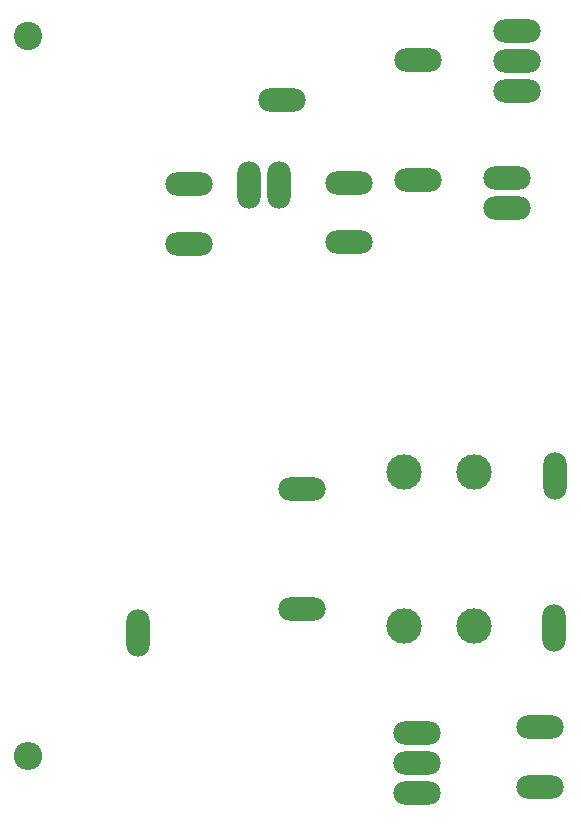
<source format=gbr>
%TF.GenerationSoftware,KiCad,Pcbnew,(6.0.7)*%
%TF.CreationDate,2023-01-18T16:47:16-05:00*%
%TF.ProjectId,Inductor Saturation Test,496e6475-6374-46f7-9220-536174757261,rev?*%
%TF.SameCoordinates,Original*%
%TF.FileFunction,Soldermask,Bot*%
%TF.FilePolarity,Negative*%
%FSLAX46Y46*%
G04 Gerber Fmt 4.6, Leading zero omitted, Abs format (unit mm)*
G04 Created by KiCad (PCBNEW (6.0.7)) date 2023-01-18 16:47:16*
%MOMM*%
%LPD*%
G01*
G04 APERTURE LIST*
%ADD10C,2.400000*%
%ADD11O,2.400000X2.400000*%
%ADD12O,4.000000X2.000000*%
%ADD13O,2.000000X4.000000*%
%ADD14C,3.000000*%
G04 APERTURE END LIST*
D10*
%TO.C,R2*%
X94361000Y-30035500D03*
D11*
X94361000Y-90995500D03*
%TD*%
D12*
%TO.C,R1*%
X137668000Y-93662500D03*
X137668000Y-88582500D03*
%TD*%
%TO.C,R3*%
X107950000Y-42545000D03*
X107950000Y-47625000D03*
%TD*%
D13*
%TO.C,TP4*%
X138874500Y-80200500D03*
%TD*%
%TO.C,TP3*%
X139001500Y-67310000D03*
%TD*%
%TO.C,TP2*%
X103632000Y-80581500D03*
%TD*%
D12*
%TO.C,TP1*%
X115887500Y-35496500D03*
%TD*%
D14*
%TO.C,T1*%
X132159000Y-79969500D03*
X132159000Y-66969500D03*
X126159000Y-79969500D03*
X126159000Y-66969500D03*
%TD*%
D12*
%TO.C,Q1*%
X127317500Y-94107000D03*
X127317500Y-91567000D03*
X127317500Y-89027000D03*
%TD*%
%TO.C,J2*%
X135763000Y-29639500D03*
X135763000Y-32179500D03*
X135763000Y-34719500D03*
%TD*%
%TO.C,D3*%
X127381000Y-42227500D03*
X127381000Y-32067500D03*
%TD*%
D13*
%TO.C,D2*%
X113088500Y-42672000D03*
X115628500Y-42672000D03*
%TD*%
D12*
%TO.C,D1*%
X117538500Y-78549500D03*
X117538500Y-68389500D03*
%TD*%
%TO.C,C2*%
X121539000Y-42458000D03*
X121539000Y-47458000D03*
%TD*%
%TO.C,C1*%
X134937500Y-44590849D03*
X134937500Y-42090849D03*
%TD*%
M02*

</source>
